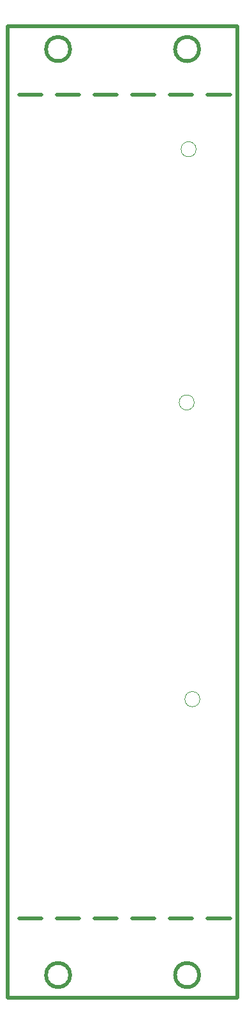
<source format=gbr>
%TF.GenerationSoftware,KiCad,Pcbnew,(7.0.0)*%
%TF.CreationDate,2023-03-06T17:55:23-08:00*%
%TF.ProjectId,my active mult,6d792061-6374-4697-9665-206d756c742e,rev?*%
%TF.SameCoordinates,Original*%
%TF.FileFunction,Profile,NP*%
%FSLAX46Y46*%
G04 Gerber Fmt 4.6, Leading zero omitted, Abs format (unit mm)*
G04 Created by KiCad (PCBNEW (7.0.0)) date 2023-03-06 17:55:23*
%MOMM*%
%LPD*%
G01*
G04 APERTURE LIST*
%TA.AperFunction,Profile*%
%ADD10C,0.100000*%
%TD*%
%TA.AperFunction,Profile*%
%ADD11C,0.500000*%
%TD*%
G04 APERTURE END LIST*
D10*
X45500000Y-109000000D02*
G75*
G03*
X45500000Y-109000000I-1000000J0D01*
G01*
X44750000Y-69750000D02*
G75*
G03*
X44750000Y-69750000I-1000000J0D01*
G01*
X45000000Y-36250000D02*
G75*
G03*
X45000000Y-36250000I-1000000J0D01*
G01*
D11*
X46500000Y-138000000D02*
X49500000Y-138000000D01*
X41500000Y-138000000D02*
X44500000Y-138000000D01*
X36500000Y-138000000D02*
X39500000Y-138000000D01*
X31500000Y-138000000D02*
X34500000Y-138000000D01*
X26500000Y-138000000D02*
X29500000Y-138000000D01*
X21500000Y-138000000D02*
X24500000Y-138000000D01*
X46500000Y-29000000D02*
X49500000Y-29000000D01*
X41500000Y-29000000D02*
X44500000Y-29000000D01*
X36500000Y-29000000D02*
X39500000Y-29000000D01*
X31500000Y-29000000D02*
X34500000Y-29000000D01*
X26500000Y-29000000D02*
X29500000Y-29000000D01*
X21500000Y-29000000D02*
X24500000Y-29000000D01*
X45400000Y-145500000D02*
G75*
G03*
X45400000Y-145500000I-1600000J0D01*
G01*
X28280000Y-145500000D02*
G75*
G03*
X28280000Y-145500000I-1600000J0D01*
G01*
X45400000Y-23000000D02*
G75*
G03*
X45400000Y-23000000I-1600000J0D01*
G01*
X28280000Y-23000000D02*
G75*
G03*
X28280000Y-23000000I-1600000J0D01*
G01*
X20000000Y-20000000D02*
X50480000Y-20000000D01*
X50480000Y-20000000D02*
X50480000Y-148500000D01*
X50480000Y-148500000D02*
X20000000Y-148500000D01*
X20000000Y-148500000D02*
X20000000Y-20000000D01*
M02*

</source>
